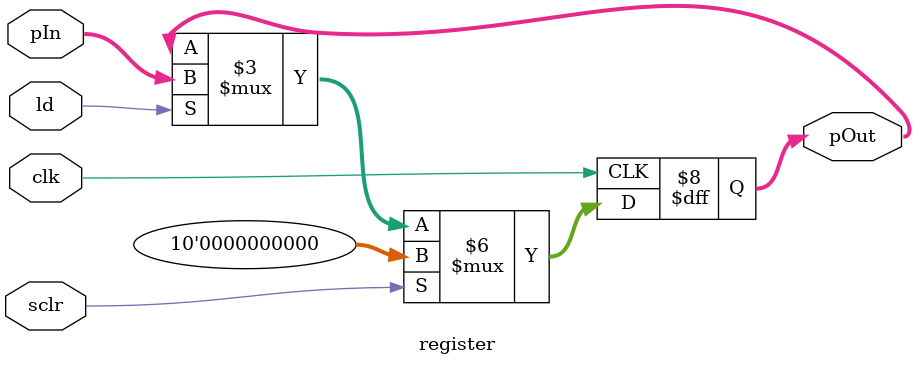
<source format=v>
module register(clk, sclr, ld, pIn, pOut);

	input clk, sclr, ld;
	input [9:0] pIn;
	output reg [9:0] pOut;

	always@(posedge clk) begin
		if(sclr)
			pOut <= 10'b0;
		else if(ld)
			pOut <= pIn;
		else
			pOut <= pOut;
	end

endmodule	
</source>
